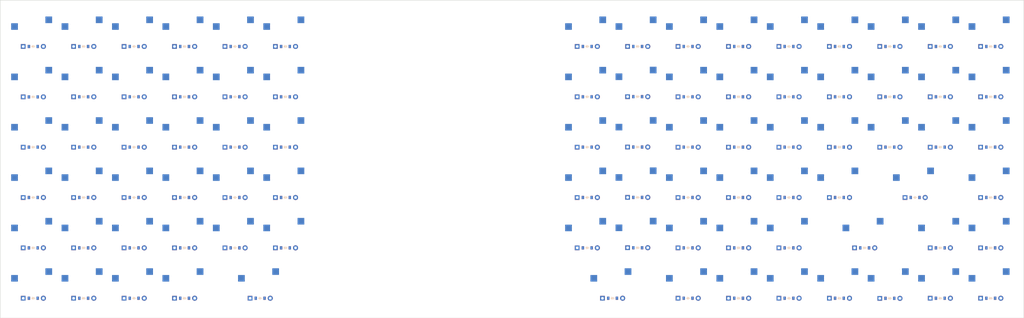
<source format=kicad_pcb>
(kicad_pcb (version 20240108) (generator "pcbnew") (generator_version "8.0")
  (title_block (title "keyboard") (rev "v1.0.0") (company "Unknown"))
  (layers (0 "F.Cu" signal) (31 "B.Cu" signal) (34 "B.Paste" user) (35 "F.Paste" user) (36 "B.SilkS" user "B.Silkscreen") (37 "F.SilkS" user "F.Silkscreen") (38 "B.Mask" user) (39 "F.Mask" user) (44 "Edge.Cuts" user))
  (net 0 "")
  (net 1 "space_default")
  (net 2 "col3_func")
  (net 3 "col3_num")
  (net 4 "col3_top")
  (net 5 "col3_home")
  (net 6 "col3_bottom")
  (net 7 "col3_space")
  (net 8 "col2_func")
  (net 9 "col2_num")
  (net 10 "col2_top")
  (net 11 "col2_home")
  (net 12 "col2_bottom")
  (net 13 "col2_space")
  (net 14 "col1_func")
  (net 15 "col1_num")
  (net 16 "col1_top")
  (net 17 "col1_bottom")
  (net 18 "col1_space")
  (net 19 "pinky2_func")
  (net 20 "pinky2_num")
  (net 21 "pinky2_top")
  (net 22 "pinky2_home")
  (net 23 "pinky2_space")
  (net 24 "ring2_func")
  (net 25 "ring2_num")
  (net 26 "ring2_top")
  (net 27 "ring2_home")
  (net 28 "ring2_bottom")
  (net 29 "ring2_space")
  (net 30 "middle2_func")
  (net 31 "middle2_num")
  (net 32 "middle2_top")
  (net 33 "middle2_home")
  (net 34 "middle2_bottom")
  (net 35 "middle2_space")
  (net 36 "index2_func")
  (net 37 "index2_num")
  (net 38 "index2_top")
  (net 39 "index2_home")
  (net 40 "index2_bottom")
  (net 41 "index2_space")
  (net 42 "inner2_func")
  (net 43 "inner2_num")
  (net 44 "inner2_top")
  (net 45 "inner2_home")
  (net 46 "inner2_bottom")
  (net 47 "thumb2_func")
  (net 48 "thumb2_num")
  (net 49 "thumb2_top")
  (net 50 "thumb2_home")
  (net 51 "thumb2_bottom")
  (net 52 "thumb1_func")
  (net 53 "thumb1_num")
  (net 54 "thumb1_top")
  (net 55 "thumb1_home")
  (net 56 "thumb1_bottom")
  (net 57 "inner1_func")
  (net 58 "inner1_num")
  (net 59 "inner1_top")
  (net 60 "inner1_home")
  (net 61 "inner1_bottom")
  (net 62 "index1_func")
  (net 63 "index1_num")
  (net 64 "index1_top")
  (net 65 "index1_home")
  (net 66 "index1_bottom")
  (net 67 "index1_space")
  (net 68 "middle1_func")
  (net 69 "middle1_num")
  (net 70 "middle1_top")
  (net 71 "middle1_home")
  (net 72 "middle1_bottom")
  (net 73 "middle1_space")
  (net 74 "ring1_func")
  (net 75 "ring1_num")
  (net 76 "ring1_top")
  (net 77 "ring1_home")
  (net 78 "ring1_bottom")
  (net 79 "ring1_space")
  (net 80 "pinky1_func")
  (net 81 "pinky1_num")
  (net 82 "pinky1_top")
  (net 83 "pinky1_home")
  (net 84 "pinky1_bottom")
  (net 85 "pinky1_space")
  (footprint "ComboDiode" (layer "F.Cu") (at 301.4 105)
    (property "Reference" "D53" (hide yes))
    (property "Value" "" (hide yes))
  )
  (footprint "ComboDiode" (layer "F.Cu") (at 368.08 162.15)
    (property "Reference" "D74" (hide yes))
    (property "Value" "" (hide yes))
  )
  (footprint "ComboDiode" (layer "F.Cu") (at 35 162.15)
    (property "Reference" "D4" (hide yes))
    (property "Value" "" (hide yes))
  )
  (footprint "ComboDiode" (layer "F.Cu") (at 130.25 143.1)
    (property "Reference" "D33" (hide yes))
    (property "Value" "" (hide yes))
  )
  (footprint "MX" (layer "F.Cu") (at 377.6 119.05)
    (property "Reference" "S77" (hide yes))
    (property "Value" "" (hide yes))
  )
  (footprint "MX" (layer "F.Cu") (at 263.3 119)
    (property "Reference" "S42" (hide yes))
    (property "Value" "" (hide yes))
  )
  (footprint "ComboDiode" (layer "F.Cu") (at 130.25 162.15)
    (property "Reference" "D34" (hide yes))
    (property "Value" "" (hide yes))
  )
  (footprint "MX" (layer "F.Cu") (at 244.25 100)
    (property "Reference" "S36" (hide yes))
    (property "Value" "" (hide yes))
  )
  (footprint "ComboDiode" (layer "F.Cu") (at 111.2 181.2)
    (property "Reference" "D29" (hide yes))
    (property "Value" "" (hide yes))
  )
  (footprint "ComboDiode" (layer "F.Cu") (at 282.35 143.1)
    (property "Reference" "D49" (hide yes))
    (property "Value" "" (hide yes))
  )
  (footprint "ComboDiode" (layer "F.Cu") (at 320.45 143.1)
    (property "Reference" "D61" (hide yes))
    (property "Value" "" (hide yes))
  )
  (footprint "ComboDiode" (layer "F.Cu") (at 54.05 124.05)
    (property "Reference" "D8" (hide yes))
    (property "Value" "" (hide yes))
  )
  (footprint "MX" (layer "F.Cu") (at 396.65 157.15)
    (property "Reference" "S84" (hide yes))
    (property "Value" "" (hide yes))
  )
  (footprint "ComboDiode" (layer "F.Cu") (at 92.15 143.1)
    (property "Reference" "D21" (hide yes))
    (property "Value" "" (hide yes))
  )
  (footprint "MX" (layer "F.Cu") (at 282.35 195.25)
    (property "Reference" "S52" (hide yes))
    (property "Value" "" (hide yes))
  )
  (footprint "MX" (layer "F.Cu") (at 301.4 138.1)
    (property "Reference" "S55" (hide yes))
    (property "Value" "" (hide yes))
  )
  (footprint "ComboDiode" (layer "F.Cu") (at 35 124.08)
    (property "Reference" "D2" (hide yes))
    (property "Value" "" (hide yes))
  )
  (footprint "MX" (layer "F.Cu") (at 263.3 176.15)
    (property "Reference" "S45" (hide yes))
    (property "Value" "" (hide yes))
  )
  (footprint "ComboDiode" (layer "F.Cu") (at 301.4 162.15)
    (property "Reference" "D56" (hide yes))
    (property "Value" "" (hide yes))
  )
  (footprint "ComboDiode" (layer "F.Cu") (at 130.25 124.05)
    (property "Reference" "D32" (hide yes))
    (property "Value" "" (hide yes))
  )
  (footprint "MX" (layer "F.Cu") (at 396.65 195.25)
    (property "Reference" "S86" (hide yes))
    (property "Value" "" (hide yes))
  )
  (footprint "MX" (layer "F.Cu") (at 73.1 119.05)
    (property "Reference" "S14" (hide yes))
    (property "Value" "" (hide yes))
  )
  (footprint "MX" (layer "F.Cu") (at 54.05 119.05)
    (property "Reference" "S8" (hide yes))
    (property "Value" "" (hide yes))
  )
  (footprint "MX" (layer "F.Cu") (at 244.25 176.2)
    (property "Reference" "S40" (hide yes))
    (property "Value" "" (hide yes))
  )
  (footprint "MX" (layer "F.Cu") (at 54.05 157.15)
    (property "Reference" "S10" (hide yes))
    (property "Value" "" (hide yes))
  )
  (footprint "ComboDiode" (layer "F.Cu") (at 396.65 162.15)
    (property "Reference" "D84" (hide yes))
    (property "Value" "" (hide yes))
  )
  (footprint "MX" (layer "F.Cu") (at 253.8 195.25)
    (property "Reference" "S46" (hide yes))
    (property "Value" "" (hide yes))
  )
  (footprint "ComboDiode" (layer "F.Cu") (at 111.2 105)
    (property "Reference" "D25" (hide yes))
    (property "Value" "" (hide yes))
  )
  (footprint "ComboDiode" (layer "F.Cu") (at 282.35 162.15)
    (property "Reference" "D50" (hide yes))
    (property "Value" "" (hide yes))
  )
  (footprint "ComboDiode" (layer "F.Cu") (at 73.1 181.2)
    (property "Reference" "D17" (hide yes))
    (property "Value" "" (hide yes))
  )
  (footprint "MX" (layer "F.Cu") (at 73.1 100)
    (property "Reference" "S13" (hide yes))
    (property "Value" "" (hide yes))
  )
  (footprint "MX" (layer "F.Cu") (at 54.05 176.2)
    (property "Reference" "S11" (hide yes))
    (property "Value" "" (hide yes))
  )
  (footprint "ComboDiode" (layer "F.Cu") (at 111.2 162.15)
    (property "Reference" "D28" (hide yes))
    (property "Value" "" (hide yes))
  )
  (footprint "MX" (layer "F.Cu") (at 35 176.2)
    (property "Reference" "S5" (hide yes))
    (property "Value" "" (hide yes))
  )
  (footprint "MX" (layer "F.Cu") (at 377.6 100)
    (property "Reference" "S76" (hide yes))
    (property "Value" "" (hide yes))
  )
  (footprint "ComboDiode" (layer "F.Cu") (at 73.1 143.1)
    (property "Reference" "D15" (hide yes))
    (property "Value" "" (hide yes))
  )
  (footprint "MX" (layer "F.Cu") (at 377.6 138.1)
    (property "Reference" "S78" (hide yes))
    (property "Value" "" (hide yes))
  )
  (footprint "MX" (layer "F.Cu") (at 339.5 100)
    (property "Reference" "S65" (hide yes))
    (property "Value" "" (hide yes))
  )
  (footprint "MX" (layer "F.Cu") (at 73.1 195.25)
    (property "Reference" "S18" (hide yes))
    (property "Value" "" (hide yes))
  )
  (footprint "MX" (layer "F.Cu") (at 320.45 119.05)
    (property "Reference" "S60" (hide yes))
    (property "Value" "" (hide yes))
  )
  (footprint "MX" (layer "F.Cu") (at 130.25 176.2)
    (property "Reference" "S35" (hide yes))
    (property "Value" "" (hide yes))
  )
  (footprint "MX" (layer "F.Cu") (at 35 195.25)
    (property "Reference" "S6" (hide yes))
    (property "Value" "" (hide yes))
  )
  (footprint "MX" (layer "F.Cu") (at 301.4 157.15)
    (property "Reference" "S56" (hide yes))
    (property "Value" "" (hide yes))
  )
  (footprint "ComboDiode" (layer "F.Cu") (at 301.4 181.2)
    (property "Reference" "D57" (hide yes))
    (property "Value" "" (hide yes))
  )
  (footprint "MX" (layer "F.Cu") (at 320.45 157.15)
    (property "Reference" "S62" (hide yes))
    (property "Value" "" (hide yes))
  )
  (footprint "ComboDiode" (layer "F.Cu") (at 92.15 181.2)
    (property "Reference" "D23" (hide yes))
    (property "Value" "" (hide yes))
  )
  (footprint "MX" (layer "F.Cu") (at 349.03 176.2)
    (property "Reference" "S69" (hide yes))
    (property "Value" "" (hide yes))
  )
  (footprint "ComboDiode" (layer "F.Cu") (at 92.15 162.15)
    (property "Reference" "D22" (hide yes))
    (property "Value" "" (hide yes))
  )
  (footprint "MX" (layer "F.Cu") (at 320.45 195.25)
    (property "Reference" "S64" (hide yes))
    (property "Value" "" (hide yes))
  )
  (footprint "ComboDiode" (layer "F.Cu") (at 54.05 181.2)
    (property "Reference" "D11" (hide yes))
    (property "Value" "" (hide yes))
  )
  (footprint "ComboDiode" (layer "F.Cu") (at 244.25 105)
    (property "Reference" "D36" (hide yes))
    (property "Value" "" (hide yes))
  )
  (footprint "MX" (layer "F.Cu") (at 54.05 138.1)
    (property "Reference" "S9" (hide yes))
    (property "Value" "" (hide yes))
  )
  (footprint "ComboDiode" (layer "F.Cu") (at 263.3 143.05)
    (property "Reference" "D43" (hide yes))
    (property "Value" "" (hide yes))
  )
  (footprint "ComboDiode" (layer "F.Cu") (at 35 181.2)
    (property "Reference" "D5" (hide yes))
    (property "Value" "" (hide yes))
  )
  (footprint "ComboDiode" (layer "F.Cu") (at 358.55 200.3)
    (property "Reference" "D75" (hide yes))
    (property "Value" "" (hide yes))
  )
  (footprint "MX" (layer "F.Cu") (at 73.1 157.15)
    (property "Reference" "S16" (hide yes))
    (property "Value" "" (hide yes))
  )
  (footprint "MX" (layer "F.Cu") (at 244.25 119.05)
    (property "Reference" "S37" (hide yes))
    (property "Value" "" (hide yes))
  )
  (footprint "MX" (layer "F.Cu") (at 396.65 138.1)
    (property "Reference" "S83" (hide yes))
    (property "Value" "" (hide yes))
  )
  (footprint "MX" (layer "F.Cu") (at 92.15 138.1)
    (property "Reference" "S21" (hide yes))
    (property "Value" "" (hide yes))
  )
  (footprint "MX" (layer "F.Cu") (at 263.3 138.05)
    (property "Reference" "S43" (hide yes))
    (property "Value" "" (hide yes))
  )
  (footprint "MX" (layer "F.Cu") (at 339.5 138.1)
    (property "Reference" "S67" (hide yes))
    (property "Value" "" (hide yes))
  )
  (footprint "ComboDiode" (layer "F.Cu") (at 92.15 124.05)
    (property "Reference" "D20" (hide yes))
    (property "Value" "" (hide yes))
  )
  (footprint "MX" (layer "F.Cu") (at 339.5 157.15)
    (property "Reference" "S68" (hide yes))
    (property "Value" "" (hide yes))
  )
  (footprint "MX" (layer "F.Cu") (at 244.25 157.15)
    (property "Reference" "S39" (hide yes))
    (property "Value" "" (hide yes))
  )
  (footprint "ComboDiode" (layer "F.Cu") (at 301.4 200.25)
    (property "Reference" "D58" (hide yes))
    (property "Value" "" (hide yes))
  )
  (footprint "MX" (layer "F.Cu") (at 111.2 176.2)
    (property "Reference" "S29" (hide yes))
    (property "Value" "" (hide yes))
  )
  (footprint "MX" (layer "F.Cu") (at 111.2 100)
    (property "Reference" "S25" (hide yes))
    (property "Value" "" (hide yes))
  )
  (footprint "MX" (layer "F.Cu") (at 282.35 119.05)
    (property "Reference" "S48" (hide yes))
    (property "Value" "" (hide yes))
  )
  (footprint "MX" (layer "F.Cu") (at 92.15 119.05)
    (property "Reference" "S20" (hide yes))
    (property "Value" "" (hide yes))
  )
  (footprint "ComboDiode" (layer "F.Cu") (at 377.6 181.2)
    (property "Reference" "D79" (hide yes))
    (property "Value" "" (hide yes))
  )
  (footprint "MX" (layer "F.Cu") (at 35 100)
    (property "Reference" "S1" (hide yes))
    (property "Value" "" (hide yes))
  )
  (footprint "MX" (layer "F.Cu") (at 301.4 195.25)
    (property "Reference" "S58" (hide yes))
    (property "Value" "" (hide yes))
  )
  (footprint "ComboDiode" (layer "F.Cu") (at 339.5 124.05)
    (property "Reference" "D66" (hide yes))
    (property "Value" "" (hide yes))
  )
  (footprint "ComboDiode" (layer "F.Cu") (at 244.25 181.2)
    (property "Reference" "D40" (hide yes))
    (property "Value" "" (hide yes))
  )
  (footprint "ComboDiode" (layer "F.Cu") (at 35 105)
    (property "Reference" "D1" (hide yes))
    (property "Value" "" (hide yes))
  )
  (footprint "MX" (layer "F.Cu") (at 35 119.05)
    (property "Reference" "S2" (hide yes))
    (property "Value" "" (hide yes))
  )
  (footprint "MX" (layer "F.Cu") (at 92.15 100)
    (property "Reference" "S19" (hide yes))
    (property "Value" "" (hide yes))
  )
  (footprint "MX" (layer "F.Cu") (at 282.35 157.15)
    (property "Reference" "S50" (hide yes))
    (property "Value" "" (hide yes))
  )
  (footprint "ComboDiode" (layer "F.Cu") (at 263.3 181.15)
    (property "Reference" "D45" (hide yes))
    (property "Value" "" (hide yes))
  )
  (footprint "ComboDiode" (layer "F.Cu") (at 54.05 105)
    (property "Reference" "D7" (hide yes))
    (property "Value" "" (hide yes))
  )
  (footprint "MX" (layer "F.Cu") (at 92.15 176.2)
    (property "Reference" "S23" (hide yes))
    (property "Value" "" (hide yes))
  )
  (footprint "MX" (layer "F.Cu") (at 120.7 195.25)
    (property "Reference" "S30" (hide yes))
    (property "Value" "" (hide yes))
  )
  (footprint "MX" (layer "F.Cu") (at 358.55 138.1)
    (property "Reference" "S73" (hide yes))
    (property "Value" "" (hide yes))
  )
  (footprint "ComboDiode" (layer "F.Cu") (at 377.6 124.05)
    (property "Reference" "D77" (hide yes))
    (property "Value" "" (hide yes))
  )
  (footprint "ComboDiode" (layer "F.Cu") (at 358.55 143.1)
    (property "Reference" "D73" (hide yes))
    (property "Value" "" (hide yes))
  )
  (footprint "MX" (layer "F.Cu") (at 339.5 195.25)
    (property "Reference" "S70" (hide yes))
    (property "Value" "" (hide yes))
  )
  (footprint "ComboDiode" (layer "F.Cu") (at 301.4 124.05)
    (property "Reference" "D54" (hide yes))
    (property "Value" "" (hide yes))
  )
  (footprint "ComboDiode" (layer "F.Cu") (at 377.6 143.1)
    (property "Reference" "D78" (hide yes))
    (property "Value" "" (hide yes))
  )
  (footprint "MX" (layer "F.Cu") (at 301.4 119.05)
    (property "Reference" "S54" (hide yes))
    (property "Value" "" (hide yes))
  )
  (footprint "MX" (layer "F.Cu") (at 111.2 157.15)
    (property "Reference" "S28" (hide yes))
    (property "Value" "" (hide yes))
  )
  (footprint "ComboDiode" (layer "F.Cu") (at 339.5 162.15)
    (property "Reference" "D68" (hide yes))
    (property "Value" "" (hide yes))
  )
  (footprint "MX" (layer "F.Cu") (at 358.55 119.05)
    (property "Reference" "S72" (hide yes))
    (property "Value" "" (hide yes))
  )
  (footprint "ComboDiode" (layer "F.Cu") (at 396.65 143.1)
    (property "Reference" "D83" (hide yes))
    (property "Value" "" (hide yes))
  )
  (footprint "ComboDiode" (layer "F.Cu") (at 54.05 200.25)
    (property "Reference" "D12" (hide yes))
    (property "Value" "" (hide yes))
  )
  (footprint "MX" (layer "F.Cu") (at 35 157.15)
    (property "Reference" "S4" (hide yes))
    (property "Value" "" (hide yes))
  )
  (footprint "ComboDiode" (layer "F.Cu") (at 396.65 105)
    (property "Reference" "D81" (hide yes))
    (property "Value" "" (hide yes))
  )
  (footprint "MX" (layer "F.Cu") (at 73.1 176.2)
    (property "Reference" "S17" (hide yes))
    (property "Value" "" (hide yes))
  )
  (footprint "ComboDiode" (layer "F.Cu") (at 111.2 143.1)
    (property "Reference" "D27" (hide yes))
    (property "Value" "" (hide yes))
  )
  (footprint "MX" (layer "F.Cu") (at 92.15 195.25)
    (property "Reference" "S24" (hide yes))
    (property "Value" "" (hide yes))
  )
  (footprint "MX" (layer "F.Cu") (at 130.25 157.15)
    (property "Reference" "S34" (hide yes))
    (property "Value" "" (hide yes))
  )
  (footprint "ComboDiode" (layer "F.Cu") (at 120.7 200.25)
    (property "Reference" "D30" (hide yes))
    (property "Value" "" (hide yes))
  )
  (footprint "MX" (layer "F.Cu") (at 92.15 157.15)
    (property "Reference" "S22" (hide yes))
    (property "Value" "" (hide yes))
  )
  (footprint "ComboDiode" (layer "F.Cu") (at 282.35 181.2)
    (property "Reference" "D51" (hide yes))
    (property "Value" "" (hide yes))
  )
  (footprint "MX" (layer "F.Cu") (at 301.4 176.2)
    (property "Reference" "S57" (hide yes))
    (property "Value" "" (hide yes))
  )
  (footprint "MX" (layer "F.Cu") (at 130.25 100)
    (property "Reference" "S31" (hide yes))
    (property "Value" "" (hide yes))
  )
  (footprint "ComboDiode" (layer "F.Cu") (at 253.8 200.25)
    (property "Reference" "D46" (hide yes))
    (property "Value" "" (hide yes))
  )
  (footprint "ComboDiode" (layer "F.Cu") (at 130.25 181.2)
    (property "Reference" "D35" (hide yes))
    (property "Value" "" (hide yes))
  )
  (footprint "MX" (layer "F.Cu") (at 301.4 100)
    (property "Reference" "S53" (hide yes))
    (property "Value" "" (hide yes))
  )
  (footprint "ComboDiode" (layer "F.Cu") (at 358.55 124.05)
    (property "Reference" "D72" (hide yes))
    (property "Value" "" (hide yes))
  )
  (footprint "MX" (layer "F.Cu") (at 130.25 119.05)
    (property "Reference" "S32" (hide yes))
    (property "Value" "" (hide yes))
  )
  (footprint "MX" (layer "F.Cu") (at 35 138.1)
    (property "Reference" "S3" (hide yes))
    (property "Value" "" (hide yes))
  )
  (footprint "ComboDiode" (layer "F.Cu") (at 320.45 124.05)
    (property "Reference" "D60" (hide yes))
    (property "Value" "" (hide yes))
  )
  (footprint "ComboDiode" (layer "F.Cu") (at 263.3 162.1)
    (property "Reference" "D44" (hide yes))
    (property "Value" "" (hide yes))
  )
  (footprint "MX" (layer "F.Cu") (at 320.45 138.1)
    (property "Reference" "S61" (hide yes))
    (property "Value" "" (hide yes))
  )
  (footprint "ComboDiode" (layer "F.Cu") (at 358.55 105)
    (property "Reference" "D71" (hide yes))
    (property "Value" "" (hide yes))
  )
  (footprint "MX" (layer "F.Cu") (at 320.45 100)
    (property "Reference" "S59" (hide yes))
    (property "Value" "" (hide yes))
  )
  (footprint "MX" (layer "F.Cu") (at 377.6 176.2)
    (property "Reference" "S79" (hide yes))
    (property "Value" "" (hide yes))
  )
  (footprint "ComboDiode" (layer "F.Cu") (at 349.03 181.2)
    (property "Reference" "D69" (hide yes))
    (property "Value" "" (hide yes))
  )
  (footprint "ComboDiode" (layer "F.Cu") (at 92.15 105)
    (property "Reference" "D19" (hide yes))
    (property "Value" "" (hide yes))
  )
  (footprint "ComboDiode" (layer "F.Cu") (at 244.25 124.05)
    (property "Reference" "D37" (hide yes))
    (property "Value" "" (hide yes))
  )
  (footprint "ComboDiode" (layer "F.Cu") (at 263.3 105)
    (property "Reference" "D41" (hide yes))
    (property "Value" "" (hide yes))
  )
  (footprint "MX" (layer "F.Cu") (at 396.65 176.2)
    (property "Reference" "S85" (hide yes))
    (property "Value" "" (hide yes))
  )
  (footprint "MX" (layer "F.Cu") (at 130.25 138.1)
    (property "Reference" "S33" (hide yes))
    (property "Value" "" (hide yes))
  )
  (footprint "ComboDiode" (layer "F.Cu") (at 339.5 143.1)
    (property "Reference" "D67" (hide yes))
    (property "Value" "" (hide yes))
  )
  (footprint "ComboDiode" (layer "F.Cu") (at 54.05 143.1)
    (property "Reference" "D9" (hide yes))
    (property "Value" "" (hide yes))
  )
  (footprint "ComboDiode" (layer "F.Cu") (at 339.5 105)
    (property "Reference" "D65" (hide yes))
    (property "Value" "" (hide yes))
  )
  (footprint "MX" (layer "F.Cu") (at 111.2 119.05)
    (property "Reference" "S26" (hide yes))
    (property "Value" "" (hide yes))
  )
  (footprint "ComboDiode" (layer "F.Cu") (at 396.65 124.05)
    (property "Reference" "D82" (hide yes))
    (property "Value" "" (hide yes))
  )
  (footprint "ComboDiode" (layer "F.Cu") (at 377.6 200.25)
    (property "Reference" "D80" (hide yes))
    (property "Value" "" (hide yes))
  )
  (footprint "ComboDiode" (layer "F.Cu") (at 396.65 181.2)
    (property "Reference" "D85" (hide yes))
    (property "Value" "" (hide yes))
  )
  (footprint "ComboDiode" (layer "F.Cu") (at 35 200.25)
    (property "Reference" "D6" (hide yes))
    (property "Value" "" (hide yes))
  )
  (footprint "MX" (layer "F.Cu") (at 54.05 195.25)
    (property "Reference" "S12" (hide yes))
    (property "Value" "" (hide yes))
  )
  (footprint "ComboDiode" (layer "F.Cu") (at 320.45 181.2)
    (property "Reference" "D63" (hide yes))
    (property "Value" "" (hide yes))
  )
  (footprint "ComboDiode" (layer "F.Cu") (at 35 143.1)
    (property "Reference" "D3" (hide yes))
    (property "Value" "" (hide yes))
  )
  (footprint "MX" (layer "F.Cu") (at 263.3 100)
    (property "Reference" "S41" (hide yes))
    (property "Value" "" (hide yes))
  )
  (footprint "ComboDiode" (layer "F.Cu") (at 130.25 105)
    (property "Reference" "D31" (hide yes))
    (property "Value" "" (hide yes))
  )
  (footprint "ComboDiode" (layer "F.Cu") (at 92.15 200.25)
    (property "Reference" "D24" (hide yes))
    (property "Value" "" (hide yes))
  )
  (footprint "MX" (layer "F.Cu") (at 111.2 138.1)
    (property "Reference" "S27" (hide yes))
    (property "Value" "" (hide yes))
  )
  (footprint "MX" (layer "F.Cu") (at 396.65 100)
    (property "Reference" "S81" (hide yes))
    (property "Value" "" (hide yes))
  )
  (footprint "MX" (layer "F.Cu") (at 263.3 157.1)
    (property "Reference" "S44" (hide yes))
    (property "Value" "" (hide yes))
  )
  (footprint "ComboDiode" (layer "F.Cu") (at 73.1 105)
    (property "Reference" "D13" (hide yes))
    (property "Value" "" (hide yes))
  )
  (footprint "ComboDiode" (layer "F.Cu") (at 320.45 162.15)
    (property "Reference" "D62" (hide yes))
    (property "Value" "" (hide yes))
  )
  (footprint "MX" (layer "F.Cu") (at 282.35 100)
    (property "Reference" "S47" (hide yes))
    (property "Value" "" (hide yes))
  )
  (footprint "ComboDiode" (layer "F.Cu") (at 73.1 124.05)
    (property "Reference" "D14" (hide yes))
    (property "Value" "" (hide yes))
  )
  (footprint "MX" (layer "F.Cu") (at 73.1 138.1)
    (property "Reference" "S15" (hide yes))
    (property "Value" "" (hide yes))
  )
  (footprint "ComboDiode" (layer "F.Cu") (at 339.5 200.25)
    (property "Reference" "D70" (hide yes))
    (property "Value" "" (hide yes))
  )
  (footprint "ComboDiode" (layer "F.Cu") (at 320.45 105)
    (property "Reference" "D59" (hide yes))
    (property "Value" "" (hide yes))
  )
  (footprint "ComboDiode" (layer "F.Cu") (at 73.1 200.25)
    (property "Reference" "D18" (hide yes))
    (property "Value" "" (hide yes))
  )
  (footprint "MX" (layer "F.Cu") (at 339.5 119.05)
    (property "Reference" "S66" (hide yes))
    (property "Value" "" (hide yes))
  )
  (footprint "MX" (layer "F.Cu") (at 377.6 195.25)
    (property "Reference" "S80" (hide yes))
    (property "Value" "" (hide yes))
  )
  (footprint "ComboDiode" (layer "F.Cu") (at 263.3 124)
    (property "Reference" "D42" (hide yes))
    (property "Value" "" (hide yes))
  )
  (footprint "MX" (layer "F.Cu") (at 282.35 138.1)
    (property "Reference" "S49" (hide yes))
    (property "Value" "" (hide yes))
  )
  (footprint "ComboDiode" (layer "F.Cu") (at 244.25 143.1)
    (property "Reference" "D38" (hide yes))
    (property "Value" "" (hide yes))
  )
  (footprint "ComboDiode" (layer "F.Cu") (at 282.35 105)
    (property "Reference" "D47" (hide yes))
    (property "Value" "" (hide yes))
  )
  (footprint "MX" (layer "F.Cu") (at 358.55 195.25)
    (property "Reference" "S75" (hide yes))
    (property "Value" "" (hide yes))
  )
  (footprint "ComboDiode" (layer "F.Cu") (at 73.1 162.15)
    (property "Reference" "D16" (hide yes))
    (property "Value" "" (hide yes))
  )
  (footprint "ComboDiode" (layer "F.Cu") (at 396.65 200.25)
    (property "Reference" "D86" (hide yes))
    (property "Value" "" (hide yes))
  )
  (footprint "ComboDiode" (layer "F.Cu") (at 301.4 143.1)
    (property "Reference" "D55" (hide yes))
    (property "Value" "" (hide yes))
  )
  (footprint "MX" (layer "F.Cu") (at 54.05 100)
    (property "Reference" "S7" (hide yes))
    (property "Value" "" (hide yes))
  )
  (footprint "ComboDiode" (layer "F.Cu") (at 320.45 200.25)
    (property "Reference" "D64" (hide yes))
    (property "Value" "" (hide yes))
  )
  (footprint "ComboDiode" (layer "F.Cu") (at 54.05 162.15)
    (property "Reference" "D10" (hide yes))
    (property "Value" "" (hide yes))
  )
  (footprint "MX" (layer "F.Cu") (at 358.55 100)
    (property "Reference" "S71" (hide yes))
    (property "Value" "" (hide yes))
  )
  (footprint "MX" (layer "F.Cu") (at 368.08 157.15)
    (property "Reference" "S74" (hide yes))
    (property "Value" "" (hide yes))
  )
  (footprint "MX" (layer "F.Cu") (at 320.45 176.2)
    (property "Reference" "S63" (hide yes))
    (property "Value" "" (hide yes))
  )
  (footprint "ComboDiode" (layer "F.Cu") (at 282.35 124.05)
    (property "Reference" "D48" (hide yes))
    (property "Value" "" (hide yes))
  )
  (footprint "ComboDiode" (layer "F.Cu") (at 244.25 162.15)
    (property "Reference" "D39" (hide yes))
    (property "Value" "" (hide yes))
  )
  (footprint "MX" (layer "F.Cu") (at 244.25 138.1)
    (property "Reference" "S38" (hide yes))
    (property "Value" "" (hide yes))
  )
  (footprint "ComboDiode" (layer "F.Cu") (at 282.35 200.25)
    (property "Reference" "D52" (hide yes))
    (property "Value" "" (hide yes))
  )
  (footprint "ComboDiode" (layer "F.Cu") (at 111.2 124.05)
    (property "Reference" "D26" (hide yes))
    (property "Value" "" (hide yes))
  )
  (footprint "MX" (layer "F.Cu") (at 282.35 176.2)
    (property "Reference" "S51" (hide yes))
    (property "Value" "" (hide yes))
  )
  (footprint "MX" (layer "F.Cu") (at 396.65 119.05)
    (property "Reference" "S82" (hide yes))
    (property "Value" "" (hide yes))
  )
  (footprint "ComboDiode" (layer "F.Cu") (at 377.6 105)
    (property "Reference" "D76" (hide yes))
    (property "Value" "" (hide yes))
  )
  (gr_line (start 409.15 87.5) (end 409.15 207.75) (stroke (width 0.15)) (layer "Edge.Cuts"))
  (gr_line (start 22.5 87.5) (end 409.15 87.5) (stroke (width 0.15)) (layer "Edge.Cuts"))
  (gr_line (start 22.5 207.75) (end 22.5 87.5) (stroke (width 0.15)) (layer "Edge.Cuts"))
  (gr_line (start 409.15 207.75) (end 22.5 207.75) (stroke (width 0.15)) (layer "Edge.Cuts"))
)
</source>
